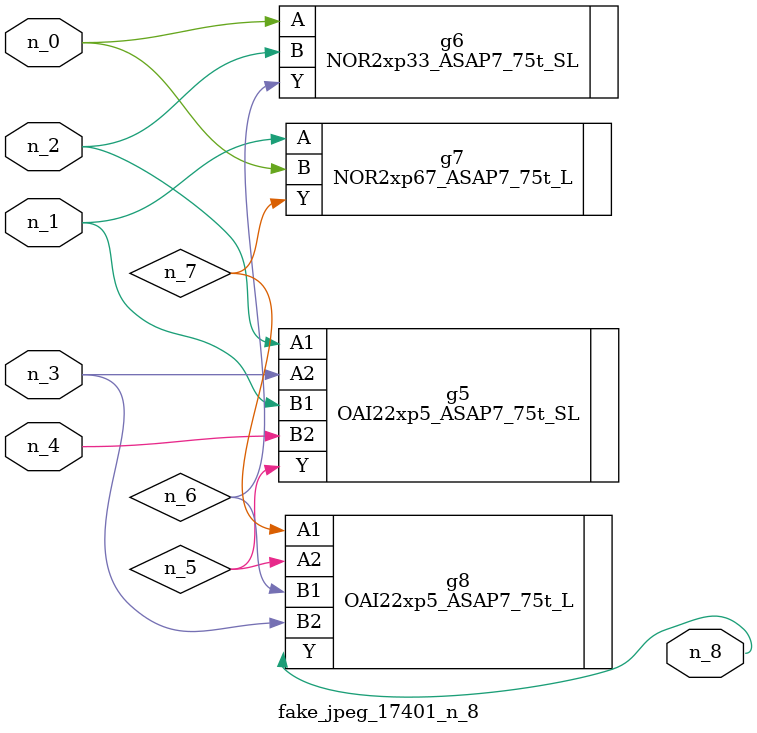
<source format=v>
module fake_jpeg_17401_n_8 (n_3, n_2, n_1, n_0, n_4, n_8);

input n_3;
input n_2;
input n_1;
input n_0;
input n_4;

output n_8;

wire n_6;
wire n_5;
wire n_7;

OAI22xp5_ASAP7_75t_SL g5 ( 
.A1(n_2),
.A2(n_3),
.B1(n_1),
.B2(n_4),
.Y(n_5)
);

NOR2xp33_ASAP7_75t_SL g6 ( 
.A(n_0),
.B(n_2),
.Y(n_6)
);

NOR2xp67_ASAP7_75t_L g7 ( 
.A(n_1),
.B(n_0),
.Y(n_7)
);

OAI22xp5_ASAP7_75t_L g8 ( 
.A1(n_7),
.A2(n_5),
.B1(n_6),
.B2(n_3),
.Y(n_8)
);


endmodule
</source>
